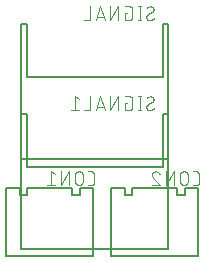
<source format=gbr>
G04 EAGLE Gerber RS-274X export*
G75*
%MOMM*%
%FSLAX34Y34*%
%LPD*%
%INSilkscreen Bottom*%
%IPPOS*%
%AMOC8*
5,1,8,0,0,1.08239X$1,22.5*%
G01*
%ADD10C,0.127000*%
%ADD11C,0.101600*%


D10*
X64400Y277000D02*
X64400Y162000D01*
X189600Y162000D01*
X189600Y277000D01*
X184600Y277000D01*
X69400Y277000D02*
X64400Y277000D01*
X184600Y277000D02*
X184600Y232000D01*
X69400Y232000D01*
X69400Y277000D01*
D11*
X170801Y282504D02*
X170803Y282405D01*
X170809Y282305D01*
X170818Y282206D01*
X170831Y282108D01*
X170848Y282010D01*
X170869Y281912D01*
X170894Y281816D01*
X170922Y281721D01*
X170954Y281627D01*
X170989Y281534D01*
X171028Y281442D01*
X171071Y281352D01*
X171116Y281264D01*
X171166Y281177D01*
X171218Y281093D01*
X171274Y281010D01*
X171332Y280930D01*
X171394Y280852D01*
X171459Y280777D01*
X171527Y280704D01*
X171597Y280634D01*
X171670Y280566D01*
X171745Y280501D01*
X171823Y280439D01*
X171903Y280381D01*
X171986Y280325D01*
X172070Y280273D01*
X172157Y280223D01*
X172245Y280178D01*
X172335Y280135D01*
X172427Y280096D01*
X172520Y280061D01*
X172614Y280029D01*
X172709Y280001D01*
X172805Y279976D01*
X172903Y279955D01*
X173001Y279938D01*
X173099Y279925D01*
X173198Y279916D01*
X173298Y279910D01*
X173397Y279908D01*
X173541Y279910D01*
X173686Y279916D01*
X173830Y279925D01*
X173973Y279938D01*
X174117Y279955D01*
X174260Y279976D01*
X174402Y280001D01*
X174543Y280029D01*
X174684Y280061D01*
X174824Y280097D01*
X174963Y280136D01*
X175101Y280179D01*
X175237Y280226D01*
X175373Y280276D01*
X175507Y280330D01*
X175639Y280387D01*
X175770Y280448D01*
X175899Y280512D01*
X176027Y280580D01*
X176153Y280651D01*
X176277Y280725D01*
X176398Y280802D01*
X176518Y280883D01*
X176636Y280966D01*
X176751Y281053D01*
X176864Y281143D01*
X176975Y281236D01*
X177083Y281331D01*
X177189Y281430D01*
X177292Y281531D01*
X176967Y288996D02*
X176965Y289095D01*
X176959Y289195D01*
X176950Y289294D01*
X176937Y289392D01*
X176920Y289490D01*
X176899Y289588D01*
X176874Y289684D01*
X176846Y289779D01*
X176814Y289873D01*
X176779Y289966D01*
X176740Y290058D01*
X176697Y290148D01*
X176652Y290236D01*
X176602Y290323D01*
X176550Y290407D01*
X176494Y290490D01*
X176436Y290570D01*
X176374Y290648D01*
X176309Y290723D01*
X176241Y290796D01*
X176171Y290866D01*
X176098Y290934D01*
X176023Y290999D01*
X175945Y291061D01*
X175865Y291119D01*
X175782Y291175D01*
X175698Y291227D01*
X175611Y291277D01*
X175523Y291322D01*
X175433Y291365D01*
X175341Y291404D01*
X175248Y291439D01*
X175154Y291471D01*
X175059Y291499D01*
X174963Y291524D01*
X174865Y291545D01*
X174767Y291562D01*
X174669Y291575D01*
X174570Y291584D01*
X174470Y291590D01*
X174371Y291592D01*
X174235Y291590D01*
X174099Y291584D01*
X173963Y291575D01*
X173827Y291562D01*
X173692Y291544D01*
X173558Y291524D01*
X173424Y291499D01*
X173290Y291471D01*
X173158Y291438D01*
X173027Y291403D01*
X172896Y291363D01*
X172767Y291320D01*
X172639Y291274D01*
X172513Y291223D01*
X172387Y291170D01*
X172264Y291112D01*
X172142Y291052D01*
X172022Y290988D01*
X171903Y290920D01*
X171787Y290850D01*
X171673Y290776D01*
X171560Y290699D01*
X171450Y290618D01*
X175669Y286724D02*
X175755Y286777D01*
X175839Y286834D01*
X175921Y286893D01*
X176001Y286956D01*
X176078Y287022D01*
X176153Y287090D01*
X176225Y287162D01*
X176294Y287236D01*
X176360Y287313D01*
X176423Y287392D01*
X176483Y287474D01*
X176540Y287558D01*
X176594Y287644D01*
X176644Y287732D01*
X176691Y287822D01*
X176735Y287913D01*
X176774Y288007D01*
X176811Y288101D01*
X176843Y288197D01*
X176872Y288295D01*
X176897Y288393D01*
X176918Y288492D01*
X176936Y288592D01*
X176949Y288692D01*
X176959Y288793D01*
X176965Y288895D01*
X176967Y288996D01*
X172099Y284776D02*
X172013Y284723D01*
X171929Y284666D01*
X171847Y284607D01*
X171767Y284544D01*
X171690Y284478D01*
X171615Y284410D01*
X171543Y284338D01*
X171474Y284264D01*
X171408Y284187D01*
X171345Y284108D01*
X171285Y284026D01*
X171228Y283942D01*
X171174Y283856D01*
X171124Y283768D01*
X171077Y283678D01*
X171033Y283587D01*
X170994Y283493D01*
X170957Y283399D01*
X170925Y283303D01*
X170896Y283205D01*
X170871Y283107D01*
X170850Y283008D01*
X170832Y282908D01*
X170819Y282808D01*
X170809Y282707D01*
X170803Y282605D01*
X170801Y282504D01*
X172099Y284776D02*
X175669Y286724D01*
X165283Y291592D02*
X165283Y279908D01*
X163985Y279908D02*
X166582Y279908D01*
X166582Y291592D02*
X163985Y291592D01*
X154460Y286399D02*
X152513Y286399D01*
X152513Y279908D01*
X156408Y279908D01*
X156507Y279910D01*
X156607Y279916D01*
X156706Y279925D01*
X156804Y279938D01*
X156902Y279955D01*
X157000Y279976D01*
X157096Y280001D01*
X157191Y280029D01*
X157285Y280061D01*
X157378Y280096D01*
X157470Y280135D01*
X157560Y280178D01*
X157648Y280223D01*
X157735Y280273D01*
X157819Y280325D01*
X157902Y280381D01*
X157982Y280439D01*
X158060Y280501D01*
X158135Y280566D01*
X158208Y280634D01*
X158278Y280704D01*
X158346Y280777D01*
X158411Y280852D01*
X158473Y280930D01*
X158531Y281010D01*
X158587Y281093D01*
X158639Y281177D01*
X158689Y281264D01*
X158734Y281352D01*
X158777Y281442D01*
X158816Y281534D01*
X158851Y281627D01*
X158883Y281721D01*
X158911Y281816D01*
X158936Y281912D01*
X158957Y282010D01*
X158974Y282108D01*
X158987Y282206D01*
X158996Y282305D01*
X159002Y282405D01*
X159004Y282504D01*
X159004Y288996D01*
X159002Y289095D01*
X158996Y289195D01*
X158987Y289294D01*
X158974Y289392D01*
X158957Y289490D01*
X158936Y289588D01*
X158911Y289684D01*
X158883Y289779D01*
X158851Y289873D01*
X158816Y289966D01*
X158777Y290058D01*
X158734Y290148D01*
X158689Y290236D01*
X158639Y290323D01*
X158587Y290407D01*
X158531Y290490D01*
X158473Y290570D01*
X158411Y290648D01*
X158346Y290723D01*
X158278Y290796D01*
X158208Y290866D01*
X158135Y290934D01*
X158060Y290999D01*
X157982Y291061D01*
X157902Y291119D01*
X157819Y291175D01*
X157735Y291227D01*
X157648Y291277D01*
X157560Y291322D01*
X157470Y291365D01*
X157378Y291404D01*
X157285Y291439D01*
X157191Y291471D01*
X157096Y291499D01*
X157000Y291524D01*
X156902Y291545D01*
X156804Y291562D01*
X156706Y291575D01*
X156607Y291584D01*
X156507Y291590D01*
X156408Y291592D01*
X152513Y291592D01*
X146812Y291592D02*
X146812Y279908D01*
X140321Y279908D02*
X146812Y291592D01*
X140321Y291592D02*
X140321Y279908D01*
X135650Y279908D02*
X131756Y291592D01*
X127861Y279908D01*
X128835Y282829D02*
X134677Y282829D01*
X123168Y279908D02*
X123168Y291592D01*
X123168Y279908D02*
X117975Y279908D01*
D10*
X64400Y200800D02*
X64400Y85800D01*
X189600Y85800D01*
X189600Y200800D01*
X184600Y200800D01*
X69400Y200800D02*
X64400Y200800D01*
X184600Y200800D02*
X184600Y155800D01*
X69400Y155800D01*
X69400Y200800D01*
D11*
X170801Y206304D02*
X170803Y206205D01*
X170809Y206105D01*
X170818Y206006D01*
X170831Y205908D01*
X170848Y205810D01*
X170869Y205712D01*
X170894Y205616D01*
X170922Y205521D01*
X170954Y205427D01*
X170989Y205334D01*
X171028Y205242D01*
X171071Y205152D01*
X171116Y205064D01*
X171166Y204977D01*
X171218Y204893D01*
X171274Y204810D01*
X171332Y204730D01*
X171394Y204652D01*
X171459Y204577D01*
X171527Y204504D01*
X171597Y204434D01*
X171670Y204366D01*
X171745Y204301D01*
X171823Y204239D01*
X171903Y204181D01*
X171986Y204125D01*
X172070Y204073D01*
X172157Y204023D01*
X172245Y203978D01*
X172335Y203935D01*
X172427Y203896D01*
X172520Y203861D01*
X172614Y203829D01*
X172709Y203801D01*
X172805Y203776D01*
X172903Y203755D01*
X173001Y203738D01*
X173099Y203725D01*
X173198Y203716D01*
X173298Y203710D01*
X173397Y203708D01*
X173541Y203710D01*
X173686Y203716D01*
X173830Y203725D01*
X173973Y203738D01*
X174117Y203755D01*
X174260Y203776D01*
X174402Y203801D01*
X174543Y203829D01*
X174684Y203861D01*
X174824Y203897D01*
X174963Y203936D01*
X175101Y203979D01*
X175237Y204026D01*
X175373Y204076D01*
X175507Y204130D01*
X175639Y204187D01*
X175770Y204248D01*
X175899Y204312D01*
X176027Y204380D01*
X176153Y204451D01*
X176277Y204525D01*
X176398Y204602D01*
X176518Y204683D01*
X176636Y204766D01*
X176751Y204853D01*
X176864Y204943D01*
X176975Y205036D01*
X177083Y205131D01*
X177189Y205230D01*
X177292Y205331D01*
X176967Y212796D02*
X176965Y212895D01*
X176959Y212995D01*
X176950Y213094D01*
X176937Y213192D01*
X176920Y213290D01*
X176899Y213388D01*
X176874Y213484D01*
X176846Y213579D01*
X176814Y213673D01*
X176779Y213766D01*
X176740Y213858D01*
X176697Y213948D01*
X176652Y214036D01*
X176602Y214123D01*
X176550Y214207D01*
X176494Y214290D01*
X176436Y214370D01*
X176374Y214448D01*
X176309Y214523D01*
X176241Y214596D01*
X176171Y214666D01*
X176098Y214734D01*
X176023Y214799D01*
X175945Y214861D01*
X175865Y214919D01*
X175782Y214975D01*
X175698Y215027D01*
X175611Y215077D01*
X175523Y215122D01*
X175433Y215165D01*
X175341Y215204D01*
X175248Y215239D01*
X175154Y215271D01*
X175059Y215299D01*
X174963Y215324D01*
X174865Y215345D01*
X174767Y215362D01*
X174669Y215375D01*
X174570Y215384D01*
X174470Y215390D01*
X174371Y215392D01*
X174235Y215390D01*
X174099Y215384D01*
X173963Y215375D01*
X173827Y215362D01*
X173692Y215344D01*
X173558Y215324D01*
X173424Y215299D01*
X173290Y215271D01*
X173158Y215238D01*
X173027Y215203D01*
X172896Y215163D01*
X172767Y215120D01*
X172639Y215074D01*
X172513Y215023D01*
X172387Y214970D01*
X172264Y214912D01*
X172142Y214852D01*
X172022Y214788D01*
X171903Y214720D01*
X171787Y214650D01*
X171673Y214576D01*
X171560Y214499D01*
X171450Y214418D01*
X175669Y210524D02*
X175755Y210577D01*
X175839Y210634D01*
X175921Y210693D01*
X176001Y210756D01*
X176078Y210822D01*
X176153Y210890D01*
X176225Y210962D01*
X176294Y211036D01*
X176360Y211113D01*
X176423Y211192D01*
X176483Y211274D01*
X176540Y211358D01*
X176594Y211444D01*
X176644Y211532D01*
X176691Y211622D01*
X176735Y211713D01*
X176774Y211807D01*
X176811Y211901D01*
X176843Y211997D01*
X176872Y212095D01*
X176897Y212193D01*
X176918Y212292D01*
X176936Y212392D01*
X176949Y212492D01*
X176959Y212593D01*
X176965Y212695D01*
X176967Y212796D01*
X172099Y208576D02*
X172013Y208523D01*
X171929Y208466D01*
X171847Y208407D01*
X171767Y208344D01*
X171690Y208278D01*
X171615Y208210D01*
X171543Y208138D01*
X171474Y208064D01*
X171408Y207987D01*
X171345Y207908D01*
X171285Y207826D01*
X171228Y207742D01*
X171174Y207656D01*
X171124Y207568D01*
X171077Y207478D01*
X171033Y207387D01*
X170994Y207293D01*
X170957Y207199D01*
X170925Y207103D01*
X170896Y207005D01*
X170871Y206907D01*
X170850Y206808D01*
X170832Y206708D01*
X170819Y206608D01*
X170809Y206507D01*
X170803Y206405D01*
X170801Y206304D01*
X172099Y208576D02*
X175669Y210524D01*
X165283Y215392D02*
X165283Y203708D01*
X163985Y203708D02*
X166582Y203708D01*
X166582Y215392D02*
X163985Y215392D01*
X154460Y210199D02*
X152513Y210199D01*
X152513Y203708D01*
X156408Y203708D01*
X156507Y203710D01*
X156607Y203716D01*
X156706Y203725D01*
X156804Y203738D01*
X156902Y203755D01*
X157000Y203776D01*
X157096Y203801D01*
X157191Y203829D01*
X157285Y203861D01*
X157378Y203896D01*
X157470Y203935D01*
X157560Y203978D01*
X157648Y204023D01*
X157735Y204073D01*
X157819Y204125D01*
X157902Y204181D01*
X157982Y204239D01*
X158060Y204301D01*
X158135Y204366D01*
X158208Y204434D01*
X158278Y204504D01*
X158346Y204577D01*
X158411Y204652D01*
X158473Y204730D01*
X158531Y204810D01*
X158587Y204893D01*
X158639Y204977D01*
X158689Y205064D01*
X158734Y205152D01*
X158777Y205242D01*
X158816Y205334D01*
X158851Y205427D01*
X158883Y205521D01*
X158911Y205616D01*
X158936Y205712D01*
X158957Y205810D01*
X158974Y205908D01*
X158987Y206006D01*
X158996Y206105D01*
X159002Y206205D01*
X159004Y206304D01*
X159004Y212796D01*
X159002Y212895D01*
X158996Y212995D01*
X158987Y213094D01*
X158974Y213192D01*
X158957Y213290D01*
X158936Y213388D01*
X158911Y213484D01*
X158883Y213579D01*
X158851Y213673D01*
X158816Y213766D01*
X158777Y213858D01*
X158734Y213948D01*
X158689Y214036D01*
X158639Y214123D01*
X158587Y214207D01*
X158531Y214290D01*
X158473Y214370D01*
X158411Y214448D01*
X158346Y214523D01*
X158278Y214596D01*
X158208Y214666D01*
X158135Y214734D01*
X158060Y214799D01*
X157982Y214861D01*
X157902Y214919D01*
X157819Y214975D01*
X157735Y215027D01*
X157648Y215077D01*
X157560Y215122D01*
X157470Y215165D01*
X157378Y215204D01*
X157285Y215239D01*
X157191Y215271D01*
X157096Y215299D01*
X157000Y215324D01*
X156902Y215345D01*
X156804Y215362D01*
X156706Y215375D01*
X156607Y215384D01*
X156507Y215390D01*
X156408Y215392D01*
X152513Y215392D01*
X146812Y215392D02*
X146812Y203708D01*
X140321Y203708D02*
X146812Y215392D01*
X140321Y215392D02*
X140321Y203708D01*
X135650Y203708D02*
X131756Y215392D01*
X127861Y203708D01*
X128835Y206629D02*
X134677Y206629D01*
X123168Y203708D02*
X123168Y215392D01*
X123168Y203708D02*
X117975Y203708D01*
X113665Y212796D02*
X110420Y215392D01*
X110420Y203708D01*
X113665Y203708D02*
X107174Y203708D01*
D10*
X114300Y137800D02*
X126100Y137800D01*
X51700Y137800D02*
X51700Y80300D01*
X126100Y80300D01*
X126100Y137800D01*
X114300Y137800D02*
X114300Y132080D01*
X107950Y132080D01*
X107950Y137800D01*
X69850Y137800D02*
X69850Y132080D01*
X63500Y132080D01*
X63500Y137800D01*
X51700Y137800D01*
X69850Y137800D02*
X107950Y137800D01*
D11*
X121299Y140208D02*
X123896Y140208D01*
X123995Y140210D01*
X124095Y140216D01*
X124194Y140225D01*
X124292Y140238D01*
X124390Y140255D01*
X124488Y140276D01*
X124584Y140301D01*
X124679Y140329D01*
X124773Y140361D01*
X124866Y140396D01*
X124958Y140435D01*
X125048Y140478D01*
X125136Y140523D01*
X125223Y140573D01*
X125307Y140625D01*
X125390Y140681D01*
X125470Y140739D01*
X125548Y140801D01*
X125623Y140866D01*
X125696Y140934D01*
X125766Y141004D01*
X125834Y141077D01*
X125899Y141152D01*
X125961Y141230D01*
X126019Y141310D01*
X126075Y141393D01*
X126127Y141477D01*
X126177Y141564D01*
X126222Y141652D01*
X126265Y141742D01*
X126304Y141834D01*
X126339Y141927D01*
X126371Y142021D01*
X126399Y142116D01*
X126424Y142212D01*
X126445Y142310D01*
X126462Y142408D01*
X126475Y142506D01*
X126484Y142605D01*
X126490Y142705D01*
X126492Y142804D01*
X126492Y149296D01*
X126490Y149395D01*
X126484Y149495D01*
X126475Y149594D01*
X126462Y149692D01*
X126445Y149790D01*
X126424Y149888D01*
X126399Y149984D01*
X126371Y150079D01*
X126339Y150173D01*
X126304Y150266D01*
X126265Y150358D01*
X126222Y150448D01*
X126177Y150536D01*
X126127Y150623D01*
X126075Y150707D01*
X126019Y150790D01*
X125961Y150870D01*
X125899Y150948D01*
X125834Y151023D01*
X125766Y151096D01*
X125696Y151166D01*
X125623Y151234D01*
X125548Y151299D01*
X125470Y151361D01*
X125390Y151419D01*
X125307Y151475D01*
X125223Y151527D01*
X125136Y151577D01*
X125048Y151622D01*
X124958Y151665D01*
X124866Y151704D01*
X124773Y151739D01*
X124679Y151771D01*
X124584Y151799D01*
X124488Y151824D01*
X124390Y151845D01*
X124292Y151862D01*
X124194Y151875D01*
X124095Y151884D01*
X123995Y151890D01*
X123896Y151892D01*
X121299Y151892D01*
X116934Y148646D02*
X116934Y143454D01*
X116934Y148646D02*
X116932Y148759D01*
X116926Y148872D01*
X116916Y148985D01*
X116902Y149098D01*
X116885Y149210D01*
X116863Y149321D01*
X116838Y149431D01*
X116808Y149541D01*
X116775Y149649D01*
X116738Y149756D01*
X116698Y149862D01*
X116653Y149966D01*
X116605Y150069D01*
X116554Y150170D01*
X116499Y150269D01*
X116441Y150366D01*
X116379Y150461D01*
X116314Y150554D01*
X116246Y150644D01*
X116175Y150732D01*
X116100Y150818D01*
X116023Y150901D01*
X115943Y150981D01*
X115860Y151058D01*
X115774Y151133D01*
X115686Y151204D01*
X115596Y151272D01*
X115503Y151337D01*
X115408Y151399D01*
X115311Y151457D01*
X115212Y151512D01*
X115111Y151563D01*
X115008Y151611D01*
X114904Y151656D01*
X114798Y151696D01*
X114691Y151733D01*
X114583Y151766D01*
X114473Y151796D01*
X114363Y151821D01*
X114252Y151843D01*
X114140Y151860D01*
X114027Y151874D01*
X113914Y151884D01*
X113801Y151890D01*
X113688Y151892D01*
X113575Y151890D01*
X113462Y151884D01*
X113349Y151874D01*
X113236Y151860D01*
X113124Y151843D01*
X113013Y151821D01*
X112903Y151796D01*
X112793Y151766D01*
X112685Y151733D01*
X112578Y151696D01*
X112472Y151656D01*
X112368Y151611D01*
X112265Y151563D01*
X112164Y151512D01*
X112065Y151457D01*
X111968Y151399D01*
X111873Y151337D01*
X111780Y151272D01*
X111690Y151204D01*
X111602Y151133D01*
X111516Y151058D01*
X111433Y150981D01*
X111353Y150901D01*
X111276Y150818D01*
X111201Y150732D01*
X111130Y150644D01*
X111062Y150554D01*
X110997Y150461D01*
X110935Y150366D01*
X110877Y150269D01*
X110822Y150170D01*
X110771Y150069D01*
X110723Y149966D01*
X110678Y149862D01*
X110638Y149756D01*
X110601Y149649D01*
X110568Y149541D01*
X110538Y149431D01*
X110513Y149321D01*
X110491Y149210D01*
X110474Y149098D01*
X110460Y148985D01*
X110450Y148872D01*
X110444Y148759D01*
X110442Y148646D01*
X110443Y148646D02*
X110443Y143454D01*
X110442Y143454D02*
X110444Y143341D01*
X110450Y143228D01*
X110460Y143115D01*
X110474Y143002D01*
X110491Y142890D01*
X110513Y142779D01*
X110538Y142669D01*
X110568Y142559D01*
X110601Y142451D01*
X110638Y142344D01*
X110678Y142238D01*
X110723Y142134D01*
X110771Y142031D01*
X110822Y141930D01*
X110877Y141831D01*
X110935Y141734D01*
X110997Y141639D01*
X111062Y141546D01*
X111130Y141456D01*
X111201Y141368D01*
X111276Y141282D01*
X111353Y141199D01*
X111433Y141119D01*
X111516Y141042D01*
X111602Y140967D01*
X111690Y140896D01*
X111780Y140828D01*
X111873Y140763D01*
X111968Y140701D01*
X112065Y140643D01*
X112164Y140588D01*
X112265Y140537D01*
X112368Y140489D01*
X112472Y140444D01*
X112578Y140404D01*
X112685Y140367D01*
X112793Y140334D01*
X112903Y140304D01*
X113013Y140279D01*
X113124Y140257D01*
X113236Y140240D01*
X113349Y140226D01*
X113462Y140216D01*
X113575Y140210D01*
X113688Y140208D01*
X113801Y140210D01*
X113914Y140216D01*
X114027Y140226D01*
X114140Y140240D01*
X114252Y140257D01*
X114363Y140279D01*
X114473Y140304D01*
X114583Y140334D01*
X114691Y140367D01*
X114798Y140404D01*
X114904Y140444D01*
X115008Y140489D01*
X115111Y140537D01*
X115212Y140588D01*
X115311Y140643D01*
X115408Y140701D01*
X115503Y140763D01*
X115596Y140828D01*
X115686Y140896D01*
X115774Y140967D01*
X115860Y141042D01*
X115943Y141119D01*
X116023Y141199D01*
X116100Y141282D01*
X116175Y141368D01*
X116246Y141456D01*
X116314Y141546D01*
X116379Y141639D01*
X116441Y141734D01*
X116499Y141831D01*
X116554Y141930D01*
X116605Y142031D01*
X116653Y142134D01*
X116698Y142238D01*
X116738Y142344D01*
X116775Y142451D01*
X116808Y142559D01*
X116838Y142669D01*
X116863Y142779D01*
X116885Y142890D01*
X116902Y143002D01*
X116916Y143115D01*
X116926Y143228D01*
X116932Y143341D01*
X116934Y143454D01*
X105123Y140208D02*
X105123Y151892D01*
X98632Y140208D01*
X98632Y151892D01*
X93312Y149296D02*
X90066Y151892D01*
X90066Y140208D01*
X86821Y140208D02*
X93312Y140208D01*
D10*
X203200Y137800D02*
X215000Y137800D01*
X140600Y137800D02*
X140600Y80300D01*
X215000Y80300D01*
X215000Y137800D01*
X203200Y137800D02*
X203200Y132080D01*
X196850Y132080D01*
X196850Y137800D01*
X158750Y137800D02*
X158750Y132080D01*
X152400Y132080D01*
X152400Y137800D01*
X140600Y137800D01*
X158750Y137800D02*
X196850Y137800D01*
D11*
X210199Y140208D02*
X212796Y140208D01*
X212895Y140210D01*
X212995Y140216D01*
X213094Y140225D01*
X213192Y140238D01*
X213290Y140255D01*
X213388Y140276D01*
X213484Y140301D01*
X213579Y140329D01*
X213673Y140361D01*
X213766Y140396D01*
X213858Y140435D01*
X213948Y140478D01*
X214036Y140523D01*
X214123Y140573D01*
X214207Y140625D01*
X214290Y140681D01*
X214370Y140739D01*
X214448Y140801D01*
X214523Y140866D01*
X214596Y140934D01*
X214666Y141004D01*
X214734Y141077D01*
X214799Y141152D01*
X214861Y141230D01*
X214919Y141310D01*
X214975Y141393D01*
X215027Y141477D01*
X215077Y141564D01*
X215122Y141652D01*
X215165Y141742D01*
X215204Y141834D01*
X215239Y141927D01*
X215271Y142021D01*
X215299Y142116D01*
X215324Y142212D01*
X215345Y142310D01*
X215362Y142408D01*
X215375Y142506D01*
X215384Y142605D01*
X215390Y142705D01*
X215392Y142804D01*
X215392Y149296D01*
X215390Y149395D01*
X215384Y149495D01*
X215375Y149594D01*
X215362Y149692D01*
X215345Y149790D01*
X215324Y149888D01*
X215299Y149984D01*
X215271Y150079D01*
X215239Y150173D01*
X215204Y150266D01*
X215165Y150358D01*
X215122Y150448D01*
X215077Y150536D01*
X215027Y150623D01*
X214975Y150707D01*
X214919Y150790D01*
X214861Y150870D01*
X214799Y150948D01*
X214734Y151023D01*
X214666Y151096D01*
X214596Y151166D01*
X214523Y151234D01*
X214448Y151299D01*
X214370Y151361D01*
X214290Y151419D01*
X214207Y151475D01*
X214123Y151527D01*
X214036Y151577D01*
X213948Y151622D01*
X213858Y151665D01*
X213766Y151704D01*
X213673Y151739D01*
X213579Y151771D01*
X213484Y151799D01*
X213388Y151824D01*
X213290Y151845D01*
X213192Y151862D01*
X213094Y151875D01*
X212995Y151884D01*
X212895Y151890D01*
X212796Y151892D01*
X210199Y151892D01*
X205834Y148646D02*
X205834Y143454D01*
X205834Y148646D02*
X205832Y148759D01*
X205826Y148872D01*
X205816Y148985D01*
X205802Y149098D01*
X205785Y149210D01*
X205763Y149321D01*
X205738Y149431D01*
X205708Y149541D01*
X205675Y149649D01*
X205638Y149756D01*
X205598Y149862D01*
X205553Y149966D01*
X205505Y150069D01*
X205454Y150170D01*
X205399Y150269D01*
X205341Y150366D01*
X205279Y150461D01*
X205214Y150554D01*
X205146Y150644D01*
X205075Y150732D01*
X205000Y150818D01*
X204923Y150901D01*
X204843Y150981D01*
X204760Y151058D01*
X204674Y151133D01*
X204586Y151204D01*
X204496Y151272D01*
X204403Y151337D01*
X204308Y151399D01*
X204211Y151457D01*
X204112Y151512D01*
X204011Y151563D01*
X203908Y151611D01*
X203804Y151656D01*
X203698Y151696D01*
X203591Y151733D01*
X203483Y151766D01*
X203373Y151796D01*
X203263Y151821D01*
X203152Y151843D01*
X203040Y151860D01*
X202927Y151874D01*
X202814Y151884D01*
X202701Y151890D01*
X202588Y151892D01*
X202475Y151890D01*
X202362Y151884D01*
X202249Y151874D01*
X202136Y151860D01*
X202024Y151843D01*
X201913Y151821D01*
X201803Y151796D01*
X201693Y151766D01*
X201585Y151733D01*
X201478Y151696D01*
X201372Y151656D01*
X201268Y151611D01*
X201165Y151563D01*
X201064Y151512D01*
X200965Y151457D01*
X200868Y151399D01*
X200773Y151337D01*
X200680Y151272D01*
X200590Y151204D01*
X200502Y151133D01*
X200416Y151058D01*
X200333Y150981D01*
X200253Y150901D01*
X200176Y150818D01*
X200101Y150732D01*
X200030Y150644D01*
X199962Y150554D01*
X199897Y150461D01*
X199835Y150366D01*
X199777Y150269D01*
X199722Y150170D01*
X199671Y150069D01*
X199623Y149966D01*
X199578Y149862D01*
X199538Y149756D01*
X199501Y149649D01*
X199468Y149541D01*
X199438Y149431D01*
X199413Y149321D01*
X199391Y149210D01*
X199374Y149098D01*
X199360Y148985D01*
X199350Y148872D01*
X199344Y148759D01*
X199342Y148646D01*
X199343Y148646D02*
X199343Y143454D01*
X199342Y143454D02*
X199344Y143341D01*
X199350Y143228D01*
X199360Y143115D01*
X199374Y143002D01*
X199391Y142890D01*
X199413Y142779D01*
X199438Y142669D01*
X199468Y142559D01*
X199501Y142451D01*
X199538Y142344D01*
X199578Y142238D01*
X199623Y142134D01*
X199671Y142031D01*
X199722Y141930D01*
X199777Y141831D01*
X199835Y141734D01*
X199897Y141639D01*
X199962Y141546D01*
X200030Y141456D01*
X200101Y141368D01*
X200176Y141282D01*
X200253Y141199D01*
X200333Y141119D01*
X200416Y141042D01*
X200502Y140967D01*
X200590Y140896D01*
X200680Y140828D01*
X200773Y140763D01*
X200868Y140701D01*
X200965Y140643D01*
X201064Y140588D01*
X201165Y140537D01*
X201268Y140489D01*
X201372Y140444D01*
X201478Y140404D01*
X201585Y140367D01*
X201693Y140334D01*
X201803Y140304D01*
X201913Y140279D01*
X202024Y140257D01*
X202136Y140240D01*
X202249Y140226D01*
X202362Y140216D01*
X202475Y140210D01*
X202588Y140208D01*
X202701Y140210D01*
X202814Y140216D01*
X202927Y140226D01*
X203040Y140240D01*
X203152Y140257D01*
X203263Y140279D01*
X203373Y140304D01*
X203483Y140334D01*
X203591Y140367D01*
X203698Y140404D01*
X203804Y140444D01*
X203908Y140489D01*
X204011Y140537D01*
X204112Y140588D01*
X204211Y140643D01*
X204308Y140701D01*
X204403Y140763D01*
X204496Y140828D01*
X204586Y140896D01*
X204674Y140967D01*
X204760Y141042D01*
X204843Y141119D01*
X204923Y141199D01*
X205000Y141282D01*
X205075Y141368D01*
X205146Y141456D01*
X205214Y141546D01*
X205279Y141639D01*
X205341Y141734D01*
X205399Y141831D01*
X205454Y141930D01*
X205505Y142031D01*
X205553Y142134D01*
X205598Y142238D01*
X205638Y142344D01*
X205675Y142451D01*
X205708Y142559D01*
X205738Y142669D01*
X205763Y142779D01*
X205785Y142890D01*
X205802Y143002D01*
X205816Y143115D01*
X205826Y143228D01*
X205832Y143341D01*
X205834Y143454D01*
X194023Y140208D02*
X194023Y151892D01*
X187532Y140208D01*
X187532Y151892D01*
X178642Y151892D02*
X178535Y151890D01*
X178429Y151884D01*
X178323Y151874D01*
X178217Y151861D01*
X178111Y151843D01*
X178007Y151822D01*
X177903Y151797D01*
X177800Y151768D01*
X177699Y151736D01*
X177599Y151699D01*
X177500Y151659D01*
X177402Y151616D01*
X177306Y151569D01*
X177212Y151518D01*
X177120Y151464D01*
X177030Y151407D01*
X176942Y151347D01*
X176857Y151283D01*
X176774Y151216D01*
X176693Y151146D01*
X176615Y151074D01*
X176539Y150998D01*
X176467Y150920D01*
X176397Y150839D01*
X176330Y150756D01*
X176266Y150671D01*
X176206Y150583D01*
X176149Y150493D01*
X176095Y150401D01*
X176044Y150307D01*
X175997Y150211D01*
X175954Y150113D01*
X175914Y150014D01*
X175877Y149914D01*
X175845Y149813D01*
X175816Y149710D01*
X175791Y149606D01*
X175770Y149502D01*
X175752Y149396D01*
X175739Y149290D01*
X175729Y149184D01*
X175723Y149078D01*
X175721Y148971D01*
X178642Y151892D02*
X178763Y151890D01*
X178884Y151884D01*
X179004Y151874D01*
X179125Y151861D01*
X179244Y151843D01*
X179364Y151822D01*
X179482Y151797D01*
X179599Y151768D01*
X179716Y151735D01*
X179831Y151699D01*
X179945Y151658D01*
X180058Y151615D01*
X180170Y151567D01*
X180279Y151516D01*
X180387Y151461D01*
X180494Y151403D01*
X180598Y151342D01*
X180700Y151277D01*
X180800Y151209D01*
X180898Y151138D01*
X180994Y151064D01*
X181087Y150987D01*
X181177Y150906D01*
X181265Y150823D01*
X181350Y150737D01*
X181433Y150648D01*
X181512Y150557D01*
X181589Y150463D01*
X181662Y150367D01*
X181732Y150269D01*
X181799Y150168D01*
X181863Y150065D01*
X181924Y149960D01*
X181981Y149853D01*
X182034Y149745D01*
X182084Y149635D01*
X182130Y149523D01*
X182173Y149410D01*
X182212Y149295D01*
X176695Y146699D02*
X176616Y146777D01*
X176540Y146857D01*
X176467Y146940D01*
X176397Y147026D01*
X176330Y147113D01*
X176266Y147204D01*
X176206Y147296D01*
X176148Y147390D01*
X176094Y147487D01*
X176044Y147585D01*
X175997Y147685D01*
X175953Y147786D01*
X175913Y147889D01*
X175877Y147994D01*
X175845Y148099D01*
X175816Y148206D01*
X175791Y148313D01*
X175769Y148422D01*
X175752Y148531D01*
X175738Y148640D01*
X175729Y148750D01*
X175723Y148861D01*
X175721Y148971D01*
X176694Y146699D02*
X182212Y140208D01*
X175721Y140208D01*
M02*

</source>
